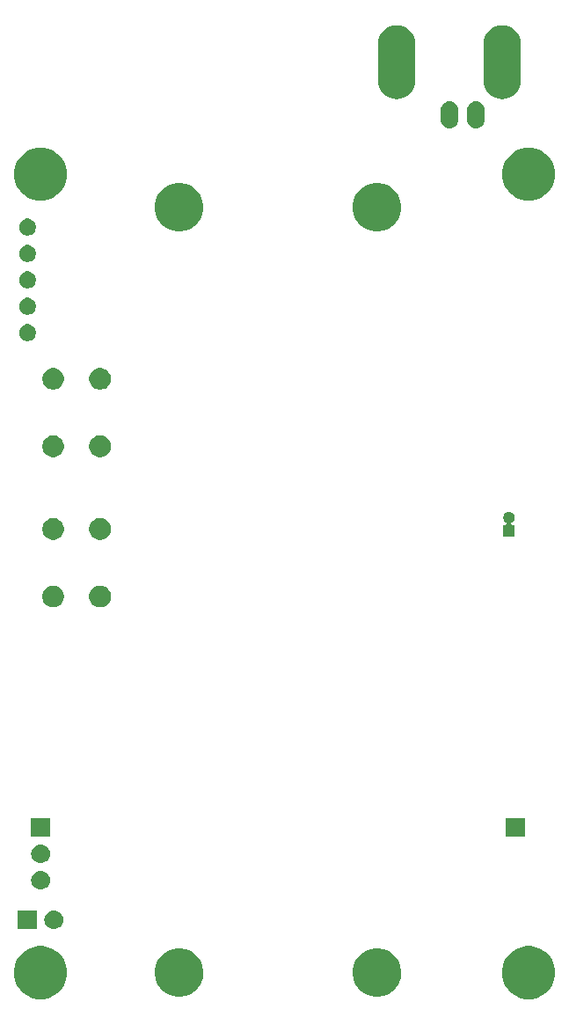
<source format=gbr>
G04 #@! TF.GenerationSoftware,KiCad,Pcbnew,5.1.4-e60b266~84~ubuntu18.04.1*
G04 #@! TF.CreationDate,2019-08-27T12:37:19-06:00*
G04 #@! TF.ProjectId,APRS_MicroNode,41505253-5f4d-4696-9372-6f4e6f64652e,rev?*
G04 #@! TF.SameCoordinates,Original*
G04 #@! TF.FileFunction,Soldermask,Bot*
G04 #@! TF.FilePolarity,Negative*
%FSLAX46Y46*%
G04 Gerber Fmt 4.6, Leading zero omitted, Abs format (unit mm)*
G04 Created by KiCad (PCBNEW 5.1.4-e60b266~84~ubuntu18.04.1) date 2019-08-27 12:37:19*
%MOMM*%
%LPD*%
G04 APERTURE LIST*
%ADD10C,0.100000*%
G04 APERTURE END LIST*
D10*
G36*
X99804098Y-175982033D02*
G01*
X100268350Y-176174332D01*
X100268352Y-176174333D01*
X100686168Y-176453509D01*
X101041491Y-176808832D01*
X101320667Y-177226648D01*
X101320668Y-177226650D01*
X101512967Y-177690902D01*
X101611000Y-178183747D01*
X101611000Y-178686253D01*
X101512967Y-179179098D01*
X101320668Y-179643350D01*
X101320667Y-179643352D01*
X101041491Y-180061168D01*
X100686168Y-180416491D01*
X100268352Y-180695667D01*
X100268351Y-180695668D01*
X100268350Y-180695668D01*
X99804098Y-180887967D01*
X99311253Y-180986000D01*
X98808747Y-180986000D01*
X98315902Y-180887967D01*
X97851650Y-180695668D01*
X97851649Y-180695668D01*
X97851648Y-180695667D01*
X97433832Y-180416491D01*
X97078509Y-180061168D01*
X96799333Y-179643352D01*
X96799332Y-179643350D01*
X96607033Y-179179098D01*
X96509000Y-178686253D01*
X96509000Y-178183747D01*
X96607033Y-177690902D01*
X96799332Y-177226650D01*
X96799333Y-177226648D01*
X97078509Y-176808832D01*
X97433832Y-176453509D01*
X97851648Y-176174333D01*
X97851650Y-176174332D01*
X98315902Y-175982033D01*
X98808747Y-175884000D01*
X99311253Y-175884000D01*
X99804098Y-175982033D01*
X99804098Y-175982033D01*
G37*
G36*
X146794098Y-175982033D02*
G01*
X147258350Y-176174332D01*
X147258352Y-176174333D01*
X147676168Y-176453509D01*
X148031491Y-176808832D01*
X148310667Y-177226648D01*
X148310668Y-177226650D01*
X148502967Y-177690902D01*
X148601000Y-178183747D01*
X148601000Y-178686253D01*
X148502967Y-179179098D01*
X148310668Y-179643350D01*
X148310667Y-179643352D01*
X148031491Y-180061168D01*
X147676168Y-180416491D01*
X147258352Y-180695667D01*
X147258351Y-180695668D01*
X147258350Y-180695668D01*
X146794098Y-180887967D01*
X146301253Y-180986000D01*
X145798747Y-180986000D01*
X145305902Y-180887967D01*
X144841650Y-180695668D01*
X144841649Y-180695668D01*
X144841648Y-180695667D01*
X144423832Y-180416491D01*
X144068509Y-180061168D01*
X143789333Y-179643352D01*
X143789332Y-179643350D01*
X143597033Y-179179098D01*
X143499000Y-178686253D01*
X143499000Y-178183747D01*
X143597033Y-177690902D01*
X143789332Y-177226650D01*
X143789333Y-177226648D01*
X144068509Y-176808832D01*
X144423832Y-176453509D01*
X144841648Y-176174333D01*
X144841650Y-176174332D01*
X145305902Y-175982033D01*
X145798747Y-175884000D01*
X146301253Y-175884000D01*
X146794098Y-175982033D01*
X146794098Y-175982033D01*
G37*
G36*
X112926177Y-176157873D02*
G01*
X113076678Y-176187809D01*
X113501985Y-176363977D01*
X113884751Y-176619733D01*
X114210267Y-176945249D01*
X114466023Y-177328015D01*
X114616336Y-177690902D01*
X114642191Y-177753323D01*
X114732000Y-178204824D01*
X114732000Y-178665176D01*
X114672127Y-178966177D01*
X114642191Y-179116678D01*
X114466023Y-179541985D01*
X114210267Y-179924751D01*
X113884751Y-180250267D01*
X113501985Y-180506023D01*
X113076678Y-180682191D01*
X112926177Y-180712127D01*
X112625176Y-180772000D01*
X112164824Y-180772000D01*
X111863823Y-180712127D01*
X111713322Y-180682191D01*
X111288015Y-180506023D01*
X110905249Y-180250267D01*
X110579733Y-179924751D01*
X110323977Y-179541985D01*
X110147809Y-179116678D01*
X110117873Y-178966177D01*
X110058000Y-178665176D01*
X110058000Y-178204824D01*
X110147809Y-177753323D01*
X110173665Y-177690902D01*
X110323977Y-177328015D01*
X110579733Y-176945249D01*
X110905249Y-176619733D01*
X111288015Y-176363977D01*
X111713322Y-176187809D01*
X111863823Y-176157873D01*
X112164824Y-176098000D01*
X112625176Y-176098000D01*
X112926177Y-176157873D01*
X112926177Y-176157873D01*
G37*
G36*
X131976177Y-176157873D02*
G01*
X132126678Y-176187809D01*
X132551985Y-176363977D01*
X132934751Y-176619733D01*
X133260267Y-176945249D01*
X133516023Y-177328015D01*
X133666336Y-177690902D01*
X133692191Y-177753323D01*
X133782000Y-178204824D01*
X133782000Y-178665176D01*
X133722127Y-178966177D01*
X133692191Y-179116678D01*
X133516023Y-179541985D01*
X133260267Y-179924751D01*
X132934751Y-180250267D01*
X132551985Y-180506023D01*
X132126678Y-180682191D01*
X131976177Y-180712127D01*
X131675176Y-180772000D01*
X131214824Y-180772000D01*
X130913823Y-180712127D01*
X130763322Y-180682191D01*
X130338015Y-180506023D01*
X129955249Y-180250267D01*
X129629733Y-179924751D01*
X129373977Y-179541985D01*
X129197809Y-179116678D01*
X129167873Y-178966177D01*
X129108000Y-178665176D01*
X129108000Y-178204824D01*
X129197809Y-177753323D01*
X129223665Y-177690902D01*
X129373977Y-177328015D01*
X129629733Y-176945249D01*
X129955249Y-176619733D01*
X130338015Y-176363977D01*
X130763322Y-176187809D01*
X130913823Y-176157873D01*
X131214824Y-176098000D01*
X131675176Y-176098000D01*
X131976177Y-176157873D01*
X131976177Y-176157873D01*
G37*
G36*
X100440442Y-172460518D02*
G01*
X100506627Y-172467037D01*
X100676466Y-172518557D01*
X100832991Y-172602222D01*
X100868729Y-172631552D01*
X100970186Y-172714814D01*
X101053448Y-172816271D01*
X101082778Y-172852009D01*
X101166443Y-173008534D01*
X101217963Y-173178373D01*
X101235359Y-173355000D01*
X101217963Y-173531627D01*
X101166443Y-173701466D01*
X101082778Y-173857991D01*
X101053448Y-173893729D01*
X100970186Y-173995186D01*
X100868729Y-174078448D01*
X100832991Y-174107778D01*
X100676466Y-174191443D01*
X100506627Y-174242963D01*
X100440442Y-174249482D01*
X100374260Y-174256000D01*
X100285740Y-174256000D01*
X100219558Y-174249482D01*
X100153373Y-174242963D01*
X99983534Y-174191443D01*
X99827009Y-174107778D01*
X99791271Y-174078448D01*
X99689814Y-173995186D01*
X99606552Y-173893729D01*
X99577222Y-173857991D01*
X99493557Y-173701466D01*
X99442037Y-173531627D01*
X99424641Y-173355000D01*
X99442037Y-173178373D01*
X99493557Y-173008534D01*
X99577222Y-172852009D01*
X99606552Y-172816271D01*
X99689814Y-172714814D01*
X99791271Y-172631552D01*
X99827009Y-172602222D01*
X99983534Y-172518557D01*
X100153373Y-172467037D01*
X100219558Y-172460518D01*
X100285740Y-172454000D01*
X100374260Y-172454000D01*
X100440442Y-172460518D01*
X100440442Y-172460518D01*
G37*
G36*
X98691000Y-174256000D02*
G01*
X96889000Y-174256000D01*
X96889000Y-172454000D01*
X98691000Y-172454000D01*
X98691000Y-174256000D01*
X98691000Y-174256000D01*
G37*
G36*
X99170442Y-168650518D02*
G01*
X99236627Y-168657037D01*
X99406466Y-168708557D01*
X99562991Y-168792222D01*
X99598729Y-168821552D01*
X99700186Y-168904814D01*
X99783448Y-169006271D01*
X99812778Y-169042009D01*
X99896443Y-169198534D01*
X99947963Y-169368373D01*
X99965359Y-169545000D01*
X99947963Y-169721627D01*
X99896443Y-169891466D01*
X99812778Y-170047991D01*
X99783448Y-170083729D01*
X99700186Y-170185186D01*
X99598729Y-170268448D01*
X99562991Y-170297778D01*
X99406466Y-170381443D01*
X99236627Y-170432963D01*
X99170443Y-170439481D01*
X99104260Y-170446000D01*
X99015740Y-170446000D01*
X98949557Y-170439481D01*
X98883373Y-170432963D01*
X98713534Y-170381443D01*
X98557009Y-170297778D01*
X98521271Y-170268448D01*
X98419814Y-170185186D01*
X98336552Y-170083729D01*
X98307222Y-170047991D01*
X98223557Y-169891466D01*
X98172037Y-169721627D01*
X98154641Y-169545000D01*
X98172037Y-169368373D01*
X98223557Y-169198534D01*
X98307222Y-169042009D01*
X98336552Y-169006271D01*
X98419814Y-168904814D01*
X98521271Y-168821552D01*
X98557009Y-168792222D01*
X98713534Y-168708557D01*
X98883373Y-168657037D01*
X98949558Y-168650518D01*
X99015740Y-168644000D01*
X99104260Y-168644000D01*
X99170442Y-168650518D01*
X99170442Y-168650518D01*
G37*
G36*
X99170443Y-166110519D02*
G01*
X99236627Y-166117037D01*
X99406466Y-166168557D01*
X99562991Y-166252222D01*
X99598729Y-166281552D01*
X99700186Y-166364814D01*
X99783448Y-166466271D01*
X99812778Y-166502009D01*
X99896443Y-166658534D01*
X99947963Y-166828373D01*
X99965359Y-167005000D01*
X99947963Y-167181627D01*
X99896443Y-167351466D01*
X99812778Y-167507991D01*
X99783448Y-167543729D01*
X99700186Y-167645186D01*
X99598729Y-167728448D01*
X99562991Y-167757778D01*
X99406466Y-167841443D01*
X99236627Y-167892963D01*
X99170443Y-167899481D01*
X99104260Y-167906000D01*
X99015740Y-167906000D01*
X98949557Y-167899481D01*
X98883373Y-167892963D01*
X98713534Y-167841443D01*
X98557009Y-167757778D01*
X98521271Y-167728448D01*
X98419814Y-167645186D01*
X98336552Y-167543729D01*
X98307222Y-167507991D01*
X98223557Y-167351466D01*
X98172037Y-167181627D01*
X98154641Y-167005000D01*
X98172037Y-166828373D01*
X98223557Y-166658534D01*
X98307222Y-166502009D01*
X98336552Y-166466271D01*
X98419814Y-166364814D01*
X98521271Y-166281552D01*
X98557009Y-166252222D01*
X98713534Y-166168557D01*
X98883373Y-166117037D01*
X98949557Y-166110519D01*
X99015740Y-166104000D01*
X99104260Y-166104000D01*
X99170443Y-166110519D01*
X99170443Y-166110519D01*
G37*
G36*
X145681000Y-165366000D02*
G01*
X143879000Y-165366000D01*
X143879000Y-163564000D01*
X145681000Y-163564000D01*
X145681000Y-165366000D01*
X145681000Y-165366000D01*
G37*
G36*
X99961000Y-165366000D02*
G01*
X98159000Y-165366000D01*
X98159000Y-163564000D01*
X99961000Y-163564000D01*
X99961000Y-165366000D01*
X99961000Y-165366000D01*
G37*
G36*
X105081564Y-141229389D02*
G01*
X105272833Y-141308615D01*
X105272835Y-141308616D01*
X105444973Y-141423635D01*
X105591365Y-141570027D01*
X105706385Y-141742167D01*
X105785611Y-141933436D01*
X105826000Y-142136484D01*
X105826000Y-142343516D01*
X105785611Y-142546564D01*
X105706385Y-142737833D01*
X105706384Y-142737835D01*
X105591365Y-142909973D01*
X105444973Y-143056365D01*
X105272835Y-143171384D01*
X105272834Y-143171385D01*
X105272833Y-143171385D01*
X105081564Y-143250611D01*
X104878516Y-143291000D01*
X104671484Y-143291000D01*
X104468436Y-143250611D01*
X104277167Y-143171385D01*
X104277166Y-143171385D01*
X104277165Y-143171384D01*
X104105027Y-143056365D01*
X103958635Y-142909973D01*
X103843616Y-142737835D01*
X103843615Y-142737833D01*
X103764389Y-142546564D01*
X103724000Y-142343516D01*
X103724000Y-142136484D01*
X103764389Y-141933436D01*
X103843615Y-141742167D01*
X103958635Y-141570027D01*
X104105027Y-141423635D01*
X104277165Y-141308616D01*
X104277167Y-141308615D01*
X104468436Y-141229389D01*
X104671484Y-141189000D01*
X104878516Y-141189000D01*
X105081564Y-141229389D01*
X105081564Y-141229389D01*
G37*
G36*
X100581564Y-141229389D02*
G01*
X100772833Y-141308615D01*
X100772835Y-141308616D01*
X100944973Y-141423635D01*
X101091365Y-141570027D01*
X101206385Y-141742167D01*
X101285611Y-141933436D01*
X101326000Y-142136484D01*
X101326000Y-142343516D01*
X101285611Y-142546564D01*
X101206385Y-142737833D01*
X101206384Y-142737835D01*
X101091365Y-142909973D01*
X100944973Y-143056365D01*
X100772835Y-143171384D01*
X100772834Y-143171385D01*
X100772833Y-143171385D01*
X100581564Y-143250611D01*
X100378516Y-143291000D01*
X100171484Y-143291000D01*
X99968436Y-143250611D01*
X99777167Y-143171385D01*
X99777166Y-143171385D01*
X99777165Y-143171384D01*
X99605027Y-143056365D01*
X99458635Y-142909973D01*
X99343616Y-142737835D01*
X99343615Y-142737833D01*
X99264389Y-142546564D01*
X99224000Y-142343516D01*
X99224000Y-142136484D01*
X99264389Y-141933436D01*
X99343615Y-141742167D01*
X99458635Y-141570027D01*
X99605027Y-141423635D01*
X99777165Y-141308616D01*
X99777167Y-141308615D01*
X99968436Y-141229389D01*
X100171484Y-141189000D01*
X100378516Y-141189000D01*
X100581564Y-141229389D01*
X100581564Y-141229389D01*
G37*
G36*
X100581564Y-134729389D02*
G01*
X100772833Y-134808615D01*
X100772835Y-134808616D01*
X100944973Y-134923635D01*
X101091365Y-135070027D01*
X101203860Y-135238387D01*
X101206385Y-135242167D01*
X101285611Y-135433436D01*
X101326000Y-135636484D01*
X101326000Y-135843516D01*
X101285611Y-136046564D01*
X101206385Y-136237833D01*
X101206384Y-136237835D01*
X101091365Y-136409973D01*
X100944973Y-136556365D01*
X100772835Y-136671384D01*
X100772834Y-136671385D01*
X100772833Y-136671385D01*
X100581564Y-136750611D01*
X100378516Y-136791000D01*
X100171484Y-136791000D01*
X99968436Y-136750611D01*
X99777167Y-136671385D01*
X99777166Y-136671385D01*
X99777165Y-136671384D01*
X99605027Y-136556365D01*
X99458635Y-136409973D01*
X99343616Y-136237835D01*
X99343615Y-136237833D01*
X99264389Y-136046564D01*
X99224000Y-135843516D01*
X99224000Y-135636484D01*
X99264389Y-135433436D01*
X99343615Y-135242167D01*
X99346141Y-135238387D01*
X99458635Y-135070027D01*
X99605027Y-134923635D01*
X99777165Y-134808616D01*
X99777167Y-134808615D01*
X99968436Y-134729389D01*
X100171484Y-134689000D01*
X100378516Y-134689000D01*
X100581564Y-134729389D01*
X100581564Y-134729389D01*
G37*
G36*
X105081564Y-134729389D02*
G01*
X105272833Y-134808615D01*
X105272835Y-134808616D01*
X105444973Y-134923635D01*
X105591365Y-135070027D01*
X105703860Y-135238387D01*
X105706385Y-135242167D01*
X105785611Y-135433436D01*
X105826000Y-135636484D01*
X105826000Y-135843516D01*
X105785611Y-136046564D01*
X105706385Y-136237833D01*
X105706384Y-136237835D01*
X105591365Y-136409973D01*
X105444973Y-136556365D01*
X105272835Y-136671384D01*
X105272834Y-136671385D01*
X105272833Y-136671385D01*
X105081564Y-136750611D01*
X104878516Y-136791000D01*
X104671484Y-136791000D01*
X104468436Y-136750611D01*
X104277167Y-136671385D01*
X104277166Y-136671385D01*
X104277165Y-136671384D01*
X104105027Y-136556365D01*
X103958635Y-136409973D01*
X103843616Y-136237835D01*
X103843615Y-136237833D01*
X103764389Y-136046564D01*
X103724000Y-135843516D01*
X103724000Y-135636484D01*
X103764389Y-135433436D01*
X103843615Y-135242167D01*
X103846141Y-135238387D01*
X103958635Y-135070027D01*
X104105027Y-134923635D01*
X104277165Y-134808616D01*
X104277167Y-134808615D01*
X104468436Y-134729389D01*
X104671484Y-134689000D01*
X104878516Y-134689000D01*
X105081564Y-134729389D01*
X105081564Y-134729389D01*
G37*
G36*
X144253015Y-134076973D02*
G01*
X144356879Y-134108479D01*
X144384055Y-134123005D01*
X144452600Y-134159643D01*
X144536501Y-134228499D01*
X144605357Y-134312400D01*
X144641995Y-134380945D01*
X144656521Y-134408121D01*
X144688027Y-134511985D01*
X144698666Y-134620000D01*
X144688027Y-134728015D01*
X144656521Y-134831879D01*
X144656519Y-134831882D01*
X144605357Y-134927600D01*
X144536501Y-135011501D01*
X144452600Y-135080356D01*
X144408807Y-135103764D01*
X144388437Y-135117375D01*
X144371110Y-135134702D01*
X144357496Y-135155076D01*
X144348119Y-135177715D01*
X144343338Y-135201748D01*
X144343338Y-135226252D01*
X144348118Y-135250286D01*
X144357495Y-135272924D01*
X144371109Y-135293299D01*
X144388436Y-135310626D01*
X144408810Y-135324240D01*
X144431449Y-135333617D01*
X144455482Y-135338398D01*
X144467735Y-135339000D01*
X144696000Y-135339000D01*
X144696000Y-136441000D01*
X143594000Y-136441000D01*
X143594000Y-135339000D01*
X143822265Y-135339000D01*
X143846651Y-135336598D01*
X143870100Y-135329485D01*
X143891711Y-135317934D01*
X143910653Y-135302389D01*
X143926198Y-135283447D01*
X143937749Y-135261836D01*
X143944862Y-135238387D01*
X143947264Y-135214001D01*
X143944862Y-135189615D01*
X143937749Y-135166166D01*
X143926198Y-135144555D01*
X143910653Y-135125613D01*
X143891711Y-135110068D01*
X143881198Y-135103767D01*
X143837400Y-135080356D01*
X143753499Y-135011501D01*
X143684643Y-134927600D01*
X143633481Y-134831882D01*
X143633479Y-134831879D01*
X143601973Y-134728015D01*
X143591334Y-134620000D01*
X143601973Y-134511985D01*
X143633479Y-134408121D01*
X143648005Y-134380945D01*
X143684643Y-134312400D01*
X143753499Y-134228499D01*
X143837400Y-134159643D01*
X143905945Y-134123005D01*
X143933121Y-134108479D01*
X144036985Y-134076973D01*
X144117933Y-134069000D01*
X144172067Y-134069000D01*
X144253015Y-134076973D01*
X144253015Y-134076973D01*
G37*
G36*
X105081564Y-126774389D02*
G01*
X105272833Y-126853615D01*
X105272835Y-126853616D01*
X105444973Y-126968635D01*
X105591365Y-127115027D01*
X105706385Y-127287167D01*
X105785611Y-127478436D01*
X105826000Y-127681484D01*
X105826000Y-127888516D01*
X105785611Y-128091564D01*
X105706385Y-128282833D01*
X105706384Y-128282835D01*
X105591365Y-128454973D01*
X105444973Y-128601365D01*
X105272835Y-128716384D01*
X105272834Y-128716385D01*
X105272833Y-128716385D01*
X105081564Y-128795611D01*
X104878516Y-128836000D01*
X104671484Y-128836000D01*
X104468436Y-128795611D01*
X104277167Y-128716385D01*
X104277166Y-128716385D01*
X104277165Y-128716384D01*
X104105027Y-128601365D01*
X103958635Y-128454973D01*
X103843616Y-128282835D01*
X103843615Y-128282833D01*
X103764389Y-128091564D01*
X103724000Y-127888516D01*
X103724000Y-127681484D01*
X103764389Y-127478436D01*
X103843615Y-127287167D01*
X103958635Y-127115027D01*
X104105027Y-126968635D01*
X104277165Y-126853616D01*
X104277167Y-126853615D01*
X104468436Y-126774389D01*
X104671484Y-126734000D01*
X104878516Y-126734000D01*
X105081564Y-126774389D01*
X105081564Y-126774389D01*
G37*
G36*
X100581564Y-126774389D02*
G01*
X100772833Y-126853615D01*
X100772835Y-126853616D01*
X100944973Y-126968635D01*
X101091365Y-127115027D01*
X101206385Y-127287167D01*
X101285611Y-127478436D01*
X101326000Y-127681484D01*
X101326000Y-127888516D01*
X101285611Y-128091564D01*
X101206385Y-128282833D01*
X101206384Y-128282835D01*
X101091365Y-128454973D01*
X100944973Y-128601365D01*
X100772835Y-128716384D01*
X100772834Y-128716385D01*
X100772833Y-128716385D01*
X100581564Y-128795611D01*
X100378516Y-128836000D01*
X100171484Y-128836000D01*
X99968436Y-128795611D01*
X99777167Y-128716385D01*
X99777166Y-128716385D01*
X99777165Y-128716384D01*
X99605027Y-128601365D01*
X99458635Y-128454973D01*
X99343616Y-128282835D01*
X99343615Y-128282833D01*
X99264389Y-128091564D01*
X99224000Y-127888516D01*
X99224000Y-127681484D01*
X99264389Y-127478436D01*
X99343615Y-127287167D01*
X99458635Y-127115027D01*
X99605027Y-126968635D01*
X99777165Y-126853616D01*
X99777167Y-126853615D01*
X99968436Y-126774389D01*
X100171484Y-126734000D01*
X100378516Y-126734000D01*
X100581564Y-126774389D01*
X100581564Y-126774389D01*
G37*
G36*
X100581564Y-120274389D02*
G01*
X100772833Y-120353615D01*
X100772835Y-120353616D01*
X100944973Y-120468635D01*
X101091365Y-120615027D01*
X101206385Y-120787167D01*
X101285611Y-120978436D01*
X101326000Y-121181484D01*
X101326000Y-121388516D01*
X101285611Y-121591564D01*
X101206385Y-121782833D01*
X101206384Y-121782835D01*
X101091365Y-121954973D01*
X100944973Y-122101365D01*
X100772835Y-122216384D01*
X100772834Y-122216385D01*
X100772833Y-122216385D01*
X100581564Y-122295611D01*
X100378516Y-122336000D01*
X100171484Y-122336000D01*
X99968436Y-122295611D01*
X99777167Y-122216385D01*
X99777166Y-122216385D01*
X99777165Y-122216384D01*
X99605027Y-122101365D01*
X99458635Y-121954973D01*
X99343616Y-121782835D01*
X99343615Y-121782833D01*
X99264389Y-121591564D01*
X99224000Y-121388516D01*
X99224000Y-121181484D01*
X99264389Y-120978436D01*
X99343615Y-120787167D01*
X99458635Y-120615027D01*
X99605027Y-120468635D01*
X99777165Y-120353616D01*
X99777167Y-120353615D01*
X99968436Y-120274389D01*
X100171484Y-120234000D01*
X100378516Y-120234000D01*
X100581564Y-120274389D01*
X100581564Y-120274389D01*
G37*
G36*
X105081564Y-120274389D02*
G01*
X105272833Y-120353615D01*
X105272835Y-120353616D01*
X105444973Y-120468635D01*
X105591365Y-120615027D01*
X105706385Y-120787167D01*
X105785611Y-120978436D01*
X105826000Y-121181484D01*
X105826000Y-121388516D01*
X105785611Y-121591564D01*
X105706385Y-121782833D01*
X105706384Y-121782835D01*
X105591365Y-121954973D01*
X105444973Y-122101365D01*
X105272835Y-122216384D01*
X105272834Y-122216385D01*
X105272833Y-122216385D01*
X105081564Y-122295611D01*
X104878516Y-122336000D01*
X104671484Y-122336000D01*
X104468436Y-122295611D01*
X104277167Y-122216385D01*
X104277166Y-122216385D01*
X104277165Y-122216384D01*
X104105027Y-122101365D01*
X103958635Y-121954973D01*
X103843616Y-121782835D01*
X103843615Y-121782833D01*
X103764389Y-121591564D01*
X103724000Y-121388516D01*
X103724000Y-121181484D01*
X103764389Y-120978436D01*
X103843615Y-120787167D01*
X103958635Y-120615027D01*
X104105027Y-120468635D01*
X104277165Y-120353616D01*
X104277167Y-120353615D01*
X104468436Y-120274389D01*
X104671484Y-120234000D01*
X104878516Y-120234000D01*
X105081564Y-120274389D01*
X105081564Y-120274389D01*
G37*
G36*
X98027142Y-116058242D02*
G01*
X98175101Y-116119529D01*
X98308255Y-116208499D01*
X98421501Y-116321745D01*
X98510471Y-116454899D01*
X98571758Y-116602858D01*
X98603000Y-116759925D01*
X98603000Y-116920075D01*
X98571758Y-117077142D01*
X98510471Y-117225101D01*
X98421501Y-117358255D01*
X98308255Y-117471501D01*
X98175101Y-117560471D01*
X98027142Y-117621758D01*
X97870075Y-117653000D01*
X97709925Y-117653000D01*
X97552858Y-117621758D01*
X97404899Y-117560471D01*
X97271745Y-117471501D01*
X97158499Y-117358255D01*
X97069529Y-117225101D01*
X97008242Y-117077142D01*
X96977000Y-116920075D01*
X96977000Y-116759925D01*
X97008242Y-116602858D01*
X97069529Y-116454899D01*
X97158499Y-116321745D01*
X97271745Y-116208499D01*
X97404899Y-116119529D01*
X97552858Y-116058242D01*
X97709925Y-116027000D01*
X97870075Y-116027000D01*
X98027142Y-116058242D01*
X98027142Y-116058242D01*
G37*
G36*
X98027142Y-113518242D02*
G01*
X98175101Y-113579529D01*
X98308255Y-113668499D01*
X98421501Y-113781745D01*
X98510471Y-113914899D01*
X98571758Y-114062858D01*
X98603000Y-114219925D01*
X98603000Y-114380075D01*
X98571758Y-114537142D01*
X98510471Y-114685101D01*
X98421501Y-114818255D01*
X98308255Y-114931501D01*
X98175101Y-115020471D01*
X98027142Y-115081758D01*
X97870075Y-115113000D01*
X97709925Y-115113000D01*
X97552858Y-115081758D01*
X97404899Y-115020471D01*
X97271745Y-114931501D01*
X97158499Y-114818255D01*
X97069529Y-114685101D01*
X97008242Y-114537142D01*
X96977000Y-114380075D01*
X96977000Y-114219925D01*
X97008242Y-114062858D01*
X97069529Y-113914899D01*
X97158499Y-113781745D01*
X97271745Y-113668499D01*
X97404899Y-113579529D01*
X97552858Y-113518242D01*
X97709925Y-113487000D01*
X97870075Y-113487000D01*
X98027142Y-113518242D01*
X98027142Y-113518242D01*
G37*
G36*
X98027142Y-110978242D02*
G01*
X98175101Y-111039529D01*
X98308255Y-111128499D01*
X98421501Y-111241745D01*
X98510471Y-111374899D01*
X98571758Y-111522858D01*
X98603000Y-111679925D01*
X98603000Y-111840075D01*
X98571758Y-111997142D01*
X98510471Y-112145101D01*
X98421501Y-112278255D01*
X98308255Y-112391501D01*
X98175101Y-112480471D01*
X98027142Y-112541758D01*
X97870075Y-112573000D01*
X97709925Y-112573000D01*
X97552858Y-112541758D01*
X97404899Y-112480471D01*
X97271745Y-112391501D01*
X97158499Y-112278255D01*
X97069529Y-112145101D01*
X97008242Y-111997142D01*
X96977000Y-111840075D01*
X96977000Y-111679925D01*
X97008242Y-111522858D01*
X97069529Y-111374899D01*
X97158499Y-111241745D01*
X97271745Y-111128499D01*
X97404899Y-111039529D01*
X97552858Y-110978242D01*
X97709925Y-110947000D01*
X97870075Y-110947000D01*
X98027142Y-110978242D01*
X98027142Y-110978242D01*
G37*
G36*
X98027142Y-108438242D02*
G01*
X98175101Y-108499529D01*
X98308255Y-108588499D01*
X98421501Y-108701745D01*
X98510471Y-108834899D01*
X98571758Y-108982858D01*
X98603000Y-109139925D01*
X98603000Y-109300075D01*
X98571758Y-109457142D01*
X98510471Y-109605101D01*
X98421501Y-109738255D01*
X98308255Y-109851501D01*
X98175101Y-109940471D01*
X98027142Y-110001758D01*
X97870075Y-110033000D01*
X97709925Y-110033000D01*
X97552858Y-110001758D01*
X97404899Y-109940471D01*
X97271745Y-109851501D01*
X97158499Y-109738255D01*
X97069529Y-109605101D01*
X97008242Y-109457142D01*
X96977000Y-109300075D01*
X96977000Y-109139925D01*
X97008242Y-108982858D01*
X97069529Y-108834899D01*
X97158499Y-108701745D01*
X97271745Y-108588499D01*
X97404899Y-108499529D01*
X97552858Y-108438242D01*
X97709925Y-108407000D01*
X97870075Y-108407000D01*
X98027142Y-108438242D01*
X98027142Y-108438242D01*
G37*
G36*
X98027142Y-105898242D02*
G01*
X98175101Y-105959529D01*
X98308255Y-106048499D01*
X98421501Y-106161745D01*
X98510471Y-106294899D01*
X98571758Y-106442858D01*
X98603000Y-106599925D01*
X98603000Y-106760075D01*
X98571758Y-106917142D01*
X98510471Y-107065101D01*
X98421501Y-107198255D01*
X98308255Y-107311501D01*
X98175101Y-107400471D01*
X98027142Y-107461758D01*
X97870075Y-107493000D01*
X97709925Y-107493000D01*
X97552858Y-107461758D01*
X97404899Y-107400471D01*
X97271745Y-107311501D01*
X97158499Y-107198255D01*
X97069529Y-107065101D01*
X97008242Y-106917142D01*
X96977000Y-106760075D01*
X96977000Y-106599925D01*
X97008242Y-106442858D01*
X97069529Y-106294899D01*
X97158499Y-106161745D01*
X97271745Y-106048499D01*
X97404899Y-105959529D01*
X97552858Y-105898242D01*
X97709925Y-105867000D01*
X97870075Y-105867000D01*
X98027142Y-105898242D01*
X98027142Y-105898242D01*
G37*
G36*
X112926177Y-102497873D02*
G01*
X113076678Y-102527809D01*
X113501985Y-102703977D01*
X113884751Y-102959733D01*
X114210267Y-103285249D01*
X114466023Y-103668015D01*
X114642191Y-104093322D01*
X114732000Y-104544826D01*
X114732000Y-105005174D01*
X114642191Y-105456678D01*
X114466023Y-105881985D01*
X114210267Y-106264751D01*
X113884751Y-106590267D01*
X113501985Y-106846023D01*
X113076678Y-107022191D01*
X112926177Y-107052127D01*
X112625176Y-107112000D01*
X112164824Y-107112000D01*
X111863823Y-107052127D01*
X111713322Y-107022191D01*
X111288015Y-106846023D01*
X110905249Y-106590267D01*
X110579733Y-106264751D01*
X110323977Y-105881985D01*
X110147809Y-105456678D01*
X110058000Y-105005174D01*
X110058000Y-104544826D01*
X110147809Y-104093322D01*
X110323977Y-103668015D01*
X110579733Y-103285249D01*
X110905249Y-102959733D01*
X111288015Y-102703977D01*
X111713322Y-102527809D01*
X111863823Y-102497873D01*
X112164824Y-102438000D01*
X112625176Y-102438000D01*
X112926177Y-102497873D01*
X112926177Y-102497873D01*
G37*
G36*
X131976177Y-102497873D02*
G01*
X132126678Y-102527809D01*
X132551985Y-102703977D01*
X132934751Y-102959733D01*
X133260267Y-103285249D01*
X133516023Y-103668015D01*
X133692191Y-104093322D01*
X133782000Y-104544826D01*
X133782000Y-105005174D01*
X133692191Y-105456678D01*
X133516023Y-105881985D01*
X133260267Y-106264751D01*
X132934751Y-106590267D01*
X132551985Y-106846023D01*
X132126678Y-107022191D01*
X131976177Y-107052127D01*
X131675176Y-107112000D01*
X131214824Y-107112000D01*
X130913823Y-107052127D01*
X130763322Y-107022191D01*
X130338015Y-106846023D01*
X129955249Y-106590267D01*
X129629733Y-106264751D01*
X129373977Y-105881985D01*
X129197809Y-105456678D01*
X129108000Y-105005174D01*
X129108000Y-104544826D01*
X129197809Y-104093322D01*
X129373977Y-103668015D01*
X129629733Y-103285249D01*
X129955249Y-102959733D01*
X130338015Y-102703977D01*
X130763322Y-102527809D01*
X130913823Y-102497873D01*
X131214824Y-102438000D01*
X131675176Y-102438000D01*
X131976177Y-102497873D01*
X131976177Y-102497873D01*
G37*
G36*
X146794098Y-99147033D02*
G01*
X147258350Y-99339332D01*
X147258352Y-99339333D01*
X147676168Y-99618509D01*
X148031491Y-99973832D01*
X148310667Y-100391648D01*
X148310668Y-100391650D01*
X148502967Y-100855902D01*
X148601000Y-101348747D01*
X148601000Y-101851253D01*
X148502967Y-102344098D01*
X148310668Y-102808350D01*
X148310667Y-102808352D01*
X148031491Y-103226168D01*
X147676168Y-103581491D01*
X147258352Y-103860667D01*
X147258351Y-103860668D01*
X147258350Y-103860668D01*
X146794098Y-104052967D01*
X146301253Y-104151000D01*
X145798747Y-104151000D01*
X145305902Y-104052967D01*
X144841650Y-103860668D01*
X144841649Y-103860668D01*
X144841648Y-103860667D01*
X144423832Y-103581491D01*
X144068509Y-103226168D01*
X143789333Y-102808352D01*
X143789332Y-102808350D01*
X143597033Y-102344098D01*
X143499000Y-101851253D01*
X143499000Y-101348747D01*
X143597033Y-100855902D01*
X143789332Y-100391650D01*
X143789333Y-100391648D01*
X144068509Y-99973832D01*
X144423832Y-99618509D01*
X144841648Y-99339333D01*
X144841650Y-99339332D01*
X145305902Y-99147033D01*
X145798747Y-99049000D01*
X146301253Y-99049000D01*
X146794098Y-99147033D01*
X146794098Y-99147033D01*
G37*
G36*
X99804098Y-99147033D02*
G01*
X100268350Y-99339332D01*
X100268352Y-99339333D01*
X100686168Y-99618509D01*
X101041491Y-99973832D01*
X101320667Y-100391648D01*
X101320668Y-100391650D01*
X101512967Y-100855902D01*
X101611000Y-101348747D01*
X101611000Y-101851253D01*
X101512967Y-102344098D01*
X101320668Y-102808350D01*
X101320667Y-102808352D01*
X101041491Y-103226168D01*
X100686168Y-103581491D01*
X100268352Y-103860667D01*
X100268351Y-103860668D01*
X100268350Y-103860668D01*
X99804098Y-104052967D01*
X99311253Y-104151000D01*
X98808747Y-104151000D01*
X98315902Y-104052967D01*
X97851650Y-103860668D01*
X97851649Y-103860668D01*
X97851648Y-103860667D01*
X97433832Y-103581491D01*
X97078509Y-103226168D01*
X96799333Y-102808352D01*
X96799332Y-102808350D01*
X96607033Y-102344098D01*
X96509000Y-101851253D01*
X96509000Y-101348747D01*
X96607033Y-100855902D01*
X96799332Y-100391650D01*
X96799333Y-100391648D01*
X97078509Y-99973832D01*
X97433832Y-99618509D01*
X97851648Y-99339333D01*
X97851650Y-99339332D01*
X98315902Y-99147033D01*
X98808747Y-99049000D01*
X99311253Y-99049000D01*
X99804098Y-99147033D01*
X99804098Y-99147033D01*
G37*
G36*
X138596823Y-94596313D02*
G01*
X138757242Y-94644976D01*
X138889906Y-94715886D01*
X138905078Y-94723996D01*
X139034659Y-94830341D01*
X139141004Y-94959922D01*
X139141005Y-94959924D01*
X139220024Y-95107758D01*
X139268687Y-95268177D01*
X139281000Y-95393197D01*
X139281000Y-96376804D01*
X139268687Y-96501823D01*
X139220024Y-96662242D01*
X139149114Y-96794906D01*
X139141004Y-96810078D01*
X139034659Y-96939659D01*
X138905077Y-97046005D01*
X138757241Y-97125024D01*
X138596822Y-97173687D01*
X138430000Y-97190117D01*
X138263177Y-97173687D01*
X138102758Y-97125024D01*
X137954924Y-97046005D01*
X137954922Y-97046004D01*
X137825341Y-96939659D01*
X137718995Y-96810077D01*
X137639976Y-96662241D01*
X137591313Y-96501822D01*
X137579000Y-96376803D01*
X137579000Y-95393197D01*
X137591314Y-95268177D01*
X137639977Y-95107758D01*
X137718996Y-94959924D01*
X137718997Y-94959922D01*
X137825342Y-94830341D01*
X137954923Y-94723996D01*
X137970095Y-94715886D01*
X138102759Y-94644976D01*
X138263178Y-94596313D01*
X138430000Y-94579883D01*
X138596823Y-94596313D01*
X138596823Y-94596313D01*
G37*
G36*
X141136823Y-94596313D02*
G01*
X141297242Y-94644976D01*
X141429906Y-94715886D01*
X141445078Y-94723996D01*
X141574659Y-94830341D01*
X141681004Y-94959922D01*
X141681005Y-94959924D01*
X141760024Y-95107758D01*
X141808687Y-95268177D01*
X141821000Y-95393197D01*
X141821000Y-96376804D01*
X141808687Y-96501823D01*
X141760024Y-96662242D01*
X141689114Y-96794906D01*
X141681004Y-96810078D01*
X141574659Y-96939659D01*
X141445077Y-97046005D01*
X141297241Y-97125024D01*
X141136822Y-97173687D01*
X140970000Y-97190117D01*
X140803177Y-97173687D01*
X140642758Y-97125024D01*
X140494924Y-97046005D01*
X140494922Y-97046004D01*
X140365341Y-96939659D01*
X140258995Y-96810077D01*
X140179976Y-96662241D01*
X140131313Y-96501822D01*
X140119000Y-96376803D01*
X140119000Y-95393197D01*
X140131314Y-95268177D01*
X140179977Y-95107758D01*
X140258996Y-94959924D01*
X140258997Y-94959922D01*
X140365342Y-94830341D01*
X140494923Y-94723996D01*
X140510095Y-94715886D01*
X140642759Y-94644976D01*
X140803178Y-94596313D01*
X140970000Y-94579883D01*
X141136823Y-94596313D01*
X141136823Y-94596313D01*
G37*
G36*
X143863058Y-87280059D02*
G01*
X144202548Y-87383042D01*
X144202550Y-87383043D01*
X144515422Y-87550277D01*
X144515424Y-87550278D01*
X144515423Y-87550278D01*
X144789661Y-87775339D01*
X145014722Y-88049577D01*
X145181958Y-88362452D01*
X145284941Y-88701942D01*
X145311000Y-88966525D01*
X145311000Y-92643475D01*
X145284941Y-92908058D01*
X145181958Y-93247547D01*
X145181957Y-93247550D01*
X145014723Y-93560422D01*
X144789661Y-93834661D01*
X144515423Y-94059723D01*
X144202549Y-94226957D01*
X144202547Y-94226958D01*
X143863057Y-94329941D01*
X143510000Y-94364714D01*
X143156942Y-94329941D01*
X142817452Y-94226958D01*
X142817450Y-94226957D01*
X142504578Y-94059723D01*
X142230339Y-93834661D01*
X142005277Y-93560423D01*
X141838043Y-93247549D01*
X141838042Y-93247547D01*
X141735059Y-92908057D01*
X141709000Y-92643474D01*
X141709001Y-88966525D01*
X141735060Y-88701942D01*
X141838043Y-88362452D01*
X142005279Y-88049577D01*
X142230340Y-87775339D01*
X142504578Y-87550278D01*
X142504577Y-87550278D01*
X142504579Y-87550277D01*
X142817451Y-87383043D01*
X142817453Y-87383042D01*
X143156943Y-87280059D01*
X143510000Y-87245286D01*
X143863058Y-87280059D01*
X143863058Y-87280059D01*
G37*
G36*
X133703058Y-87280059D02*
G01*
X134042548Y-87383042D01*
X134042550Y-87383043D01*
X134355422Y-87550277D01*
X134355424Y-87550278D01*
X134355423Y-87550278D01*
X134629661Y-87775339D01*
X134854722Y-88049577D01*
X135021958Y-88362452D01*
X135124941Y-88701942D01*
X135151000Y-88966525D01*
X135151000Y-92643475D01*
X135124941Y-92908058D01*
X135021958Y-93247547D01*
X135021957Y-93247550D01*
X134854723Y-93560422D01*
X134629661Y-93834661D01*
X134355423Y-94059723D01*
X134042549Y-94226957D01*
X134042547Y-94226958D01*
X133703057Y-94329941D01*
X133350000Y-94364714D01*
X132996942Y-94329941D01*
X132657452Y-94226958D01*
X132657450Y-94226957D01*
X132344578Y-94059723D01*
X132070339Y-93834661D01*
X131845277Y-93560423D01*
X131678043Y-93247549D01*
X131678042Y-93247547D01*
X131575059Y-92908057D01*
X131549000Y-92643474D01*
X131549001Y-88966525D01*
X131575060Y-88701942D01*
X131678043Y-88362452D01*
X131845279Y-88049577D01*
X132070340Y-87775339D01*
X132344578Y-87550278D01*
X132344577Y-87550278D01*
X132344579Y-87550277D01*
X132657451Y-87383043D01*
X132657453Y-87383042D01*
X132996943Y-87280059D01*
X133350000Y-87245286D01*
X133703058Y-87280059D01*
X133703058Y-87280059D01*
G37*
M02*

</source>
